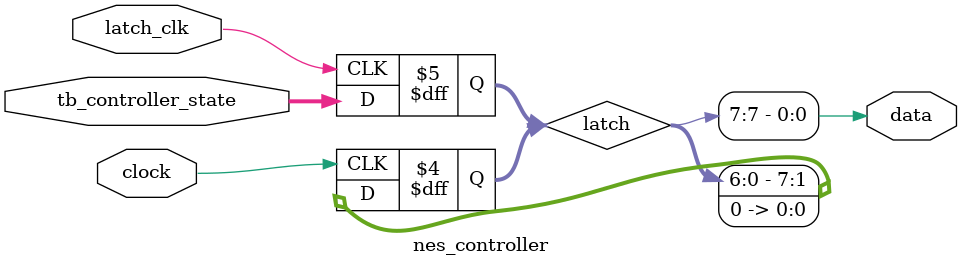
<source format=v>
module nes_controller(
	input latch_clk,
	input clock,
	output data,
	input [7:0] tb_controller_state
);

reg [7:0] latch = 0;
assign data = latch[7];

always @(posedge latch_clk) begin
	latch <= tb_controller_state;
end

always @(posedge clock) begin
	latch <= {latch[6:0], 1'b0};
end

endmodule

</source>
